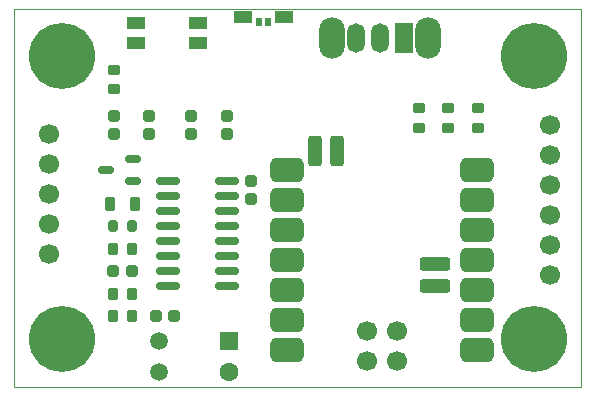
<source format=gts>
G04 #@! TF.GenerationSoftware,KiCad,Pcbnew,9.0.2*
G04 #@! TF.CreationDate,2025-09-03T17:26:12+01:00*
G04 #@! TF.ProjectId,mito,6d69746f-2e6b-4696-9361-645f70636258,rev?*
G04 #@! TF.SameCoordinates,Original*
G04 #@! TF.FileFunction,Soldermask,Top*
G04 #@! TF.FilePolarity,Negative*
%FSLAX46Y46*%
G04 Gerber Fmt 4.6, Leading zero omitted, Abs format (unit mm)*
G04 Created by KiCad (PCBNEW 9.0.2) date 2025-09-03 17:26:12*
%MOMM*%
%LPD*%
G01*
G04 APERTURE LIST*
G04 Aperture macros list*
%AMRoundRect*
0 Rectangle with rounded corners*
0 $1 Rounding radius*
0 $2 $3 $4 $5 $6 $7 $8 $9 X,Y pos of 4 corners*
0 Add a 4 corners polygon primitive as box body*
4,1,4,$2,$3,$4,$5,$6,$7,$8,$9,$2,$3,0*
0 Add four circle primitives for the rounded corners*
1,1,$1+$1,$2,$3*
1,1,$1+$1,$4,$5*
1,1,$1+$1,$6,$7*
1,1,$1+$1,$8,$9*
0 Add four rect primitives between the rounded corners*
20,1,$1+$1,$2,$3,$4,$5,0*
20,1,$1+$1,$4,$5,$6,$7,0*
20,1,$1+$1,$6,$7,$8,$9,0*
20,1,$1+$1,$8,$9,$2,$3,0*%
G04 Aperture macros list end*
%ADD10R,1.550000X1.000000*%
%ADD11RoundRect,0.244000X0.269000X-0.244000X0.269000X0.244000X-0.269000X0.244000X-0.269000X-0.244000X0*%
%ADD12C,1.500000*%
%ADD13RoundRect,0.250000X-0.550000X0.550000X-0.550000X-0.550000X0.550000X-0.550000X0.550000X0.550000X0*%
%ADD14C,1.600000*%
%ADD15C,1.700000*%
%ADD16O,2.200000X3.500000*%
%ADD17R,1.500000X2.500000*%
%ADD18O,1.500000X2.500000*%
%ADD19RoundRect,0.244000X0.244000X0.269000X-0.244000X0.269000X-0.244000X-0.269000X0.244000X-0.269000X0*%
%ADD20RoundRect,0.219000X-0.294000X0.219000X-0.294000X-0.219000X0.294000X-0.219000X0.294000X0.219000X0*%
%ADD21RoundRect,0.219000X-0.219000X-0.294000X0.219000X-0.294000X0.219000X0.294000X-0.219000X0.294000X0*%
%ADD22RoundRect,0.244000X-0.269000X0.244000X-0.269000X-0.244000X0.269000X-0.244000X0.269000X0.244000X0*%
%ADD23R,1.500000X1.000000*%
%ADD24R,0.500000X0.800000*%
%ADD25C,3.600000*%
%ADD26C,5.600000*%
%ADD27RoundRect,0.150000X-0.825000X-0.150000X0.825000X-0.150000X0.825000X0.150000X-0.825000X0.150000X0*%
%ADD28RoundRect,0.220000X-0.220000X-0.380000X0.220000X-0.380000X0.220000X0.380000X-0.220000X0.380000X0*%
%ADD29RoundRect,0.244000X-0.244000X-0.269000X0.244000X-0.269000X0.244000X0.269000X-0.244000X0.269000X0*%
%ADD30RoundRect,0.525400X0.900400X0.525400X-0.900400X0.525400X-0.900400X-0.525400X0.900400X-0.525400X0*%
%ADD31RoundRect,0.300400X-1.000400X-0.300400X1.000400X-0.300400X1.000400X0.300400X-1.000400X0.300400X0*%
%ADD32RoundRect,0.300400X0.300400X-1.000400X0.300400X1.000400X-0.300400X1.000400X-0.300400X-1.000400X0*%
%ADD33RoundRect,0.150000X0.512500X0.150000X-0.512500X0.150000X-0.512500X-0.150000X0.512500X-0.150000X0*%
%ADD34RoundRect,0.200000X-0.200000X-0.275000X0.200000X-0.275000X0.200000X0.275000X-0.200000X0.275000X0*%
G04 #@! TA.AperFunction,Profile*
%ADD35C,0.050000*%
G04 #@! TD*
G04 APERTURE END LIST*
D10*
X143270000Y-87130000D03*
X148520000Y-87130000D03*
X143270000Y-88830000D03*
X148520000Y-88830000D03*
D11*
X150975000Y-95040000D03*
X150975000Y-96600000D03*
X147975000Y-95040000D03*
X147975000Y-96600000D03*
D12*
X145200000Y-114075000D03*
X145200000Y-116675000D03*
D13*
X151200000Y-114075000D03*
D14*
X151200000Y-116675000D03*
D15*
X178325000Y-95790000D03*
X178325000Y-98330000D03*
X178325000Y-100870000D03*
X178325000Y-103410000D03*
X178325000Y-105950000D03*
X178325000Y-108490000D03*
D16*
X168050000Y-88450000D03*
X159850000Y-88450000D03*
D17*
X165950000Y-88450000D03*
D18*
X163950000Y-88450000D03*
X161950000Y-88450000D03*
D19*
X144971100Y-111988600D03*
X146531100Y-111988600D03*
D15*
X135900000Y-96600000D03*
X135900000Y-99140000D03*
X135900000Y-101680000D03*
X135900000Y-104220000D03*
X135900000Y-106760000D03*
D20*
X141400000Y-91105000D03*
X141400000Y-92745000D03*
D21*
X141331100Y-106273600D03*
X142971100Y-106273600D03*
D20*
X172220000Y-94370000D03*
X172220000Y-96010000D03*
D22*
X153025000Y-100545000D03*
X153025000Y-102105000D03*
D23*
X152310000Y-86614208D03*
D24*
X153660000Y-87114208D03*
X154460000Y-87114208D03*
D23*
X155810000Y-86614208D03*
D25*
X137000000Y-113950000D03*
D26*
X137000000Y-113950000D03*
D20*
X169720000Y-94370000D03*
X169720000Y-96010000D03*
D27*
X146026100Y-100558600D03*
X146026100Y-101828600D03*
X146026100Y-103098600D03*
X146026100Y-104368600D03*
X146026100Y-105638600D03*
X146026100Y-106908600D03*
X146026100Y-108178600D03*
X146026100Y-109448600D03*
X150976100Y-109448600D03*
X150976100Y-108178600D03*
X150976100Y-106908600D03*
X150976100Y-105638600D03*
X150976100Y-104368600D03*
X150976100Y-103098600D03*
X150976100Y-101828600D03*
X150976100Y-100558600D03*
D25*
X177000000Y-113950000D03*
D26*
X177000000Y-113950000D03*
D25*
X137000000Y-89950000D03*
D26*
X137000000Y-89950000D03*
D20*
X167220000Y-94370000D03*
X167220000Y-96010000D03*
D28*
X141090000Y-102500000D03*
X143210000Y-102500000D03*
D29*
X141371100Y-108178600D03*
X142931100Y-108178600D03*
D21*
X141331100Y-110083600D03*
X142971100Y-110083600D03*
X141331100Y-111988600D03*
X142971100Y-111988600D03*
D11*
X141400000Y-96600000D03*
X141400000Y-95040000D03*
D25*
X177000000Y-89950000D03*
D26*
X177000000Y-89950000D03*
D30*
X172200000Y-114841500D03*
X172200000Y-112301500D03*
X172200000Y-109761500D03*
X172200000Y-107221500D03*
X172200000Y-104681500D03*
X172200000Y-102141500D03*
X172200000Y-99601500D03*
X156035000Y-99601500D03*
X156035000Y-102141500D03*
X156035000Y-104681500D03*
X156035000Y-107221500D03*
X156035000Y-109761500D03*
X156035000Y-112301500D03*
X156035000Y-114841500D03*
D31*
X168590000Y-107535000D03*
X168590000Y-109440000D03*
D32*
X160335000Y-97984600D03*
X158430000Y-97984600D03*
D15*
X165415000Y-115790000D03*
X162875000Y-115790000D03*
X165415000Y-113250000D03*
X162875000Y-113250000D03*
D11*
X144400000Y-96600000D03*
X144400000Y-95040000D03*
D33*
X143037500Y-100550000D03*
X143037500Y-98650000D03*
X140762500Y-99600000D03*
D34*
X141326100Y-104368600D03*
X142976100Y-104368600D03*
D35*
X133000000Y-86000000D02*
X181000000Y-86000000D01*
X181000000Y-118000000D01*
X133000000Y-118000000D01*
X133000000Y-86000000D01*
M02*

</source>
